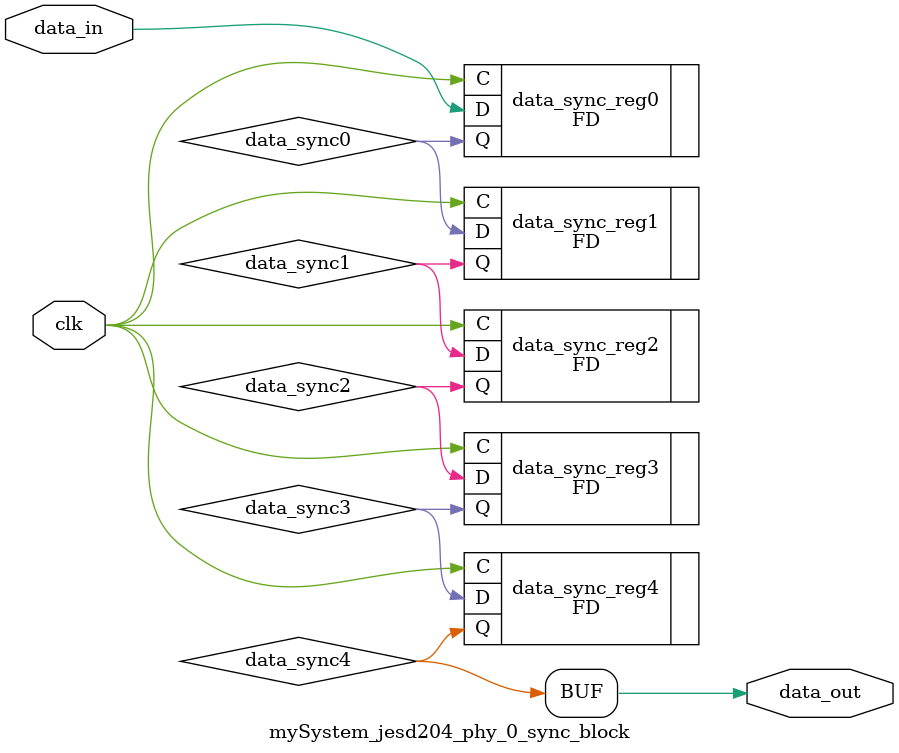
<source format=v>




`timescale 1ps / 1ps

//(* dont_touch = "yes" *)
module mySystem_jesd204_phy_0_sync_block #(
  parameter INITIALISE = 1'b0
)
(
  input        clk,              // clock to be sync'ed to
  input        data_in,          // Data to be 'synced'
  output       data_out          // synced data
);

`ifdef USE_XPM_CDC
  // Use the new Xilinx CDC libraries. 
  // This will become standard in future releases
  xpm_cdc_single #(
  .DEST_SYNC_FF  (5), // Number of registers in the destination clock domain to account for MTBF
  .SRC_INPUT_REG (0)  // Determines whether there is an input register in src_clk domain.  
                      // SRC_INPUT_REG = 0, input register is not present
  ) cdc_i  (
  .dest_clk (clk      ),	
  .src_in   (data_in  ),
  .dest_out (data_out )
  );

`else
  // Internal Signals
  wire   data_sync0;
  wire   data_sync1;
  wire   data_sync2;
  wire   data_sync3;
  wire   data_sync4;


  (* ASYNC_REG = "TRUE", SHREG_EXTRACT = "NO" *)
  FD #(
    .INIT (INITIALISE[0])
  ) data_sync_reg0 (
    .C  (clk),
    .D  (data_in),
    .Q  (data_sync0)
  );

  (* ASYNC_REG = "TRUE", SHREG_EXTRACT = "NO" *)
  FD #(
   .INIT (INITIALISE[0])
  ) data_sync_reg1 (
  .C  (clk),
  .D  (data_sync0),
  .Q  (data_sync1)
  );

  (* ASYNC_REG = "TRUE", SHREG_EXTRACT = "NO" *)
  FD #(
   .INIT (INITIALISE[0])
  ) data_sync_reg2 (
  .C  (clk),
  .D  (data_sync1),
  .Q  (data_sync2)
  );

  (* ASYNC_REG = "TRUE", SHREG_EXTRACT = "NO" *)
  FD #(
   .INIT (INITIALISE[0])
  ) data_sync_reg3 (
  .C  (clk),
  .D  (data_sync2),
  .Q  (data_sync3)
  );

  (* ASYNC_REG = "TRUE", SHREG_EXTRACT = "NO" *)
  FD #(
   .INIT (INITIALISE[0])
  ) data_sync_reg4 (
  .C  (clk),
  .D  (data_sync3),
  .Q  (data_sync4)
  );

  assign data_out = data_sync4;
`endif

endmodule

</source>
